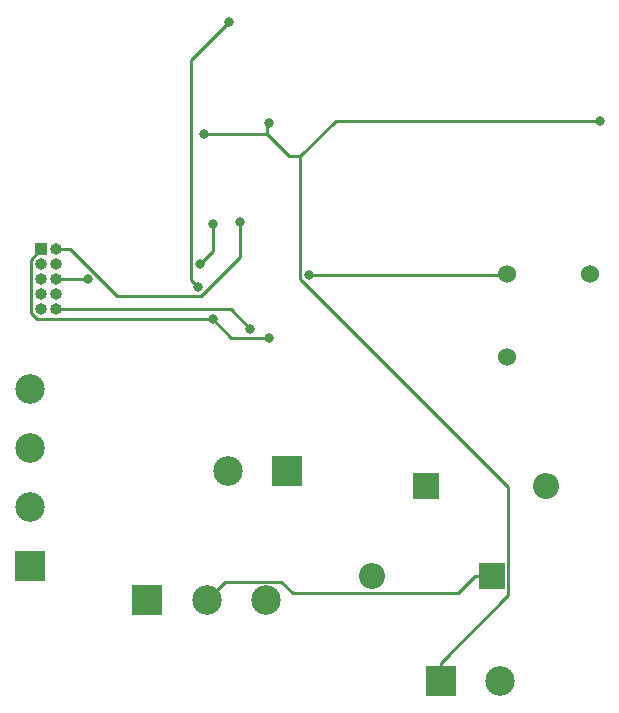
<source format=gbr>
%TF.GenerationSoftware,KiCad,Pcbnew,(6.0.8)*%
%TF.CreationDate,2023-02-22T01:01:06+01:00*%
%TF.ProjectId,EECD-22-7,45454344-2d32-4322-9d37-2e6b69636164,rev?*%
%TF.SameCoordinates,Original*%
%TF.FileFunction,Copper,L2,Bot*%
%TF.FilePolarity,Positive*%
%FSLAX46Y46*%
G04 Gerber Fmt 4.6, Leading zero omitted, Abs format (unit mm)*
G04 Created by KiCad (PCBNEW (6.0.8)) date 2023-02-22 01:01:06*
%MOMM*%
%LPD*%
G01*
G04 APERTURE LIST*
%TA.AperFunction,ComponentPad*%
%ADD10R,2.500000X2.500000*%
%TD*%
%TA.AperFunction,ComponentPad*%
%ADD11C,2.500000*%
%TD*%
%TA.AperFunction,ComponentPad*%
%ADD12R,2.200000X2.200000*%
%TD*%
%TA.AperFunction,ComponentPad*%
%ADD13O,2.200000X2.200000*%
%TD*%
%TA.AperFunction,ComponentPad*%
%ADD14R,1.000000X1.000000*%
%TD*%
%TA.AperFunction,ComponentPad*%
%ADD15O,1.000000X1.000000*%
%TD*%
%TA.AperFunction,ComponentPad*%
%ADD16C,1.524000*%
%TD*%
%TA.AperFunction,ViaPad*%
%ADD17C,0.800000*%
%TD*%
%TA.AperFunction,Conductor*%
%ADD18C,0.250000*%
%TD*%
G04 APERTURE END LIST*
D10*
%TO.P,J3,1,Pin_1*%
%TO.N,+BATT*%
X131866000Y-145034000D03*
D11*
%TO.P,J3,2,Pin_2*%
%TO.N,GND12V*%
X136866000Y-145034000D03*
%TD*%
D12*
%TO.P,D1,1,K*%
%TO.N,GND12V*%
X136144000Y-136144000D03*
D13*
%TO.P,D1,2,A*%
%TO.N,Net-(C5-Pad2)*%
X125984000Y-136144000D03*
%TD*%
D14*
%TO.P,J4,1,VTref*%
%TO.N,+3.3V*%
X98017000Y-108448000D03*
D15*
%TO.P,J4,2,SWDIO/TMS*%
%TO.N,SWDIO*%
X99287000Y-108448000D03*
%TO.P,J4,3,GND*%
%TO.N,GND12V*%
X98017000Y-109718000D03*
%TO.P,J4,4,SWDCLK/TCK*%
%TO.N,SWDLK*%
X99287000Y-109718000D03*
%TO.P,J4,5,GND*%
%TO.N,GND12V*%
X98017000Y-110988000D03*
%TO.P,J4,6,SWO/TDO*%
%TO.N,TDO*%
X99287000Y-110988000D03*
%TO.P,J4,7,KEY*%
%TO.N,unconnected-(J4-Pad7)*%
X98017000Y-112258000D03*
%TO.P,J4,8,NC/TDI*%
%TO.N,TDI*%
X99287000Y-112258000D03*
%TO.P,J4,9,GNDDetect*%
%TO.N,unconnected-(J4-Pad9)*%
X98017000Y-113528000D03*
%TO.P,J4,10,~{RESET}*%
%TO.N,RST*%
X99287000Y-113528000D03*
%TD*%
D16*
%TO.P,U1,1,IN_M12*%
%TO.N,Net-(U1-Pad1)*%
X144505000Y-110511000D03*
%TO.P,U1,2,OUT_PCB\u002C*%
%TO.N,pres*%
X137435000Y-110511000D03*
%TO.P,U1,3,GND_M12*%
%TO.N,Net-(U1-Pad3)*%
X137435000Y-117581000D03*
%TD*%
D12*
%TO.P,D2,1,K*%
%TO.N,Net-(C5-Pad2)*%
X130556000Y-128524000D03*
D13*
%TO.P,D2,2,A*%
%TO.N,GND12V*%
X140716000Y-128524000D03*
%TD*%
D10*
%TO.P,J1,1,Pin_1*%
%TO.N,+5V*%
X107014000Y-138176000D03*
D11*
%TO.P,J1,2,Pin_2*%
%TO.N,GND12V*%
X112014000Y-138176000D03*
%TO.P,J1,3,Pin_3*%
%TO.N,temper*%
X117014000Y-138176000D03*
%TD*%
D10*
%TO.P,J5,1,Pin_1*%
%TO.N,Net-(BZ1-Pad1)*%
X118832000Y-127254000D03*
D11*
%TO.P,J5,2,Pin_2*%
%TO.N,GND12V*%
X113832000Y-127254000D03*
%TD*%
D10*
%TO.P,J2,1,Pin_1*%
%TO.N,+5V*%
X97028000Y-135262000D03*
D11*
%TO.P,J2,2,Pin_2*%
%TO.N,GND12V*%
X97028000Y-130262000D03*
%TO.P,J2,3,Pin_3*%
%TO.N,I2C_1_SDA*%
X97028000Y-125262000D03*
%TO.P,J2,4,Pin_4*%
%TO.N,I2C_1_CLK*%
X97028000Y-120262000D03*
%TD*%
D17*
%TO.N,Net-(C18-Pad2)*%
X113898000Y-89202000D03*
X111301500Y-111635900D03*
%TO.N,pres*%
X120724800Y-110677000D03*
%TO.N,peri_power_1*%
X112591200Y-106348700D03*
X111438100Y-109734900D03*
%TO.N,RST*%
X115695500Y-115175600D03*
%TO.N,TDO*%
X101976700Y-110987000D03*
%TO.N,SWDIO*%
X114817600Y-106186000D03*
%TO.N,+3.3V*%
X112534000Y-114362900D03*
X117266000Y-115957800D03*
%TO.N,+BATT*%
X117263300Y-97746600D03*
X145301000Y-97586800D03*
X111831500Y-98691400D03*
%TD*%
D18*
%TO.N,Net-(C18-Pad2)*%
X110689100Y-111023500D02*
X111301500Y-111635900D01*
X110689100Y-92410900D02*
X110689100Y-111023500D01*
X113898000Y-89202000D02*
X110689100Y-92410900D01*
%TO.N,pres*%
X137015000Y-110677000D02*
X120724800Y-110677000D01*
X137435000Y-110257000D02*
X137015000Y-110677000D01*
%TO.N,peri_power_1*%
X112591200Y-108581800D02*
X111438100Y-109734900D01*
X112591200Y-106348700D02*
X112591200Y-108581800D01*
%TO.N,RST*%
X99287000Y-113528000D02*
X100112300Y-113528000D01*
X114047900Y-113528000D02*
X115695500Y-115175600D01*
X100112300Y-113528000D02*
X114047900Y-113528000D01*
%TO.N,TDO*%
X100113300Y-110987000D02*
X100112300Y-110988000D01*
X101976700Y-110987000D02*
X100113300Y-110987000D01*
X99287000Y-110988000D02*
X100112300Y-110988000D01*
%TO.N,SWDIO*%
X99287000Y-108448000D02*
X100112300Y-108448000D01*
X100463500Y-108448000D02*
X100112300Y-108448000D01*
X104426900Y-112411400D02*
X100463500Y-108448000D01*
X111556300Y-112411400D02*
X104426900Y-112411400D01*
X114817600Y-109150100D02*
X111556300Y-112411400D01*
X114817600Y-106186000D02*
X114817600Y-109150100D01*
%TO.N,+3.3V*%
X97681700Y-114362900D02*
X112534000Y-114362900D01*
X97136800Y-113818000D02*
X97681700Y-114362900D01*
X97136800Y-109328200D02*
X97136800Y-113818000D01*
X98017000Y-108448000D02*
X97136800Y-109328200D01*
X114128900Y-115957800D02*
X117266000Y-115957800D01*
X112534000Y-114362900D02*
X114128900Y-115957800D01*
%TO.N,+BATT*%
X131866000Y-145034000D02*
X131866000Y-143458700D01*
X122948100Y-97586800D02*
X119956200Y-100578700D01*
X145301000Y-97586800D02*
X122948100Y-97586800D01*
X137569400Y-137755300D02*
X131866000Y-143458700D01*
X137569400Y-128620000D02*
X137569400Y-137755300D01*
X119956200Y-111006800D02*
X137569400Y-128620000D01*
X119956200Y-100578700D02*
X119956200Y-111006800D01*
X117124100Y-98691400D02*
X111831500Y-98691400D01*
X119011400Y-100578700D02*
X119956200Y-100578700D01*
X117124100Y-98691400D02*
X119011400Y-100578700D01*
X117124100Y-97885800D02*
X117263300Y-97746600D01*
X117124100Y-98691400D02*
X117124100Y-97885800D01*
%TO.N,GND12V*%
X113589500Y-136600500D02*
X112014000Y-138176000D01*
X118355100Y-136600500D02*
X113589500Y-136600500D01*
X119335300Y-137580700D02*
X118355100Y-136600500D01*
X133282000Y-137580700D02*
X119335300Y-137580700D01*
X134718700Y-136144000D02*
X133282000Y-137580700D01*
X136144000Y-136144000D02*
X134718700Y-136144000D01*
%TD*%
M02*

</source>
